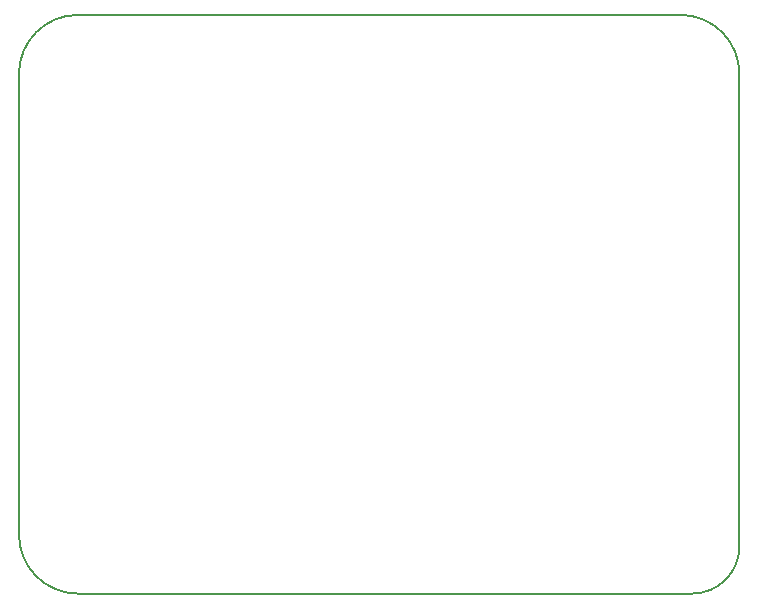
<source format=gm1>
G04 #@! TF.FileFunction,Profile,NP*
%FSLAX46Y46*%
G04 Gerber Fmt 4.6, Leading zero omitted, Abs format (unit mm)*
G04 Created by KiCad (PCBNEW 4.0.7) date 04/04/18 16:23:25*
%MOMM*%
%LPD*%
G01*
G04 APERTURE LIST*
%ADD10C,0.100000*%
%ADD11C,0.150000*%
G04 APERTURE END LIST*
D10*
D11*
X216000000Y-100000000D02*
G75*
G03X211000000Y-95000000I-5000000J0D01*
G01*
X159991273Y-95000008D02*
G75*
G03X155000000Y-100000000I8727J-4999992D01*
G01*
X155000000Y-139000000D02*
G75*
G03X160000000Y-144000000I5000000J0D01*
G01*
X212000000Y-144000000D02*
G75*
G03X216000000Y-140000000I0J4000000D01*
G01*
X155000000Y-139000000D02*
X155000000Y-100000000D01*
X212000000Y-144000000D02*
X160000000Y-144000000D01*
X216000000Y-100000000D02*
X216000000Y-140000000D01*
X160000000Y-95000000D02*
X211000000Y-95000000D01*
M02*

</source>
